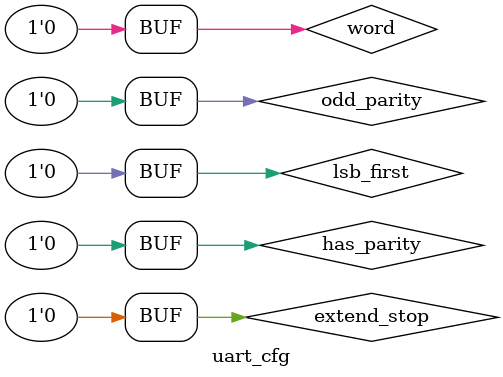
<source format=v>

module uart_cfg;

    reg has_parity;
    reg odd_parity;
    reg extend_stop;
    reg lsb_first;
    reg word;

    initial
    begin
        has_parity  = 1'b0;
        odd_parity  = 1'b0;
        extend_stop = 1'b0;
        lsb_first   = 1'b0;
        word        = 1'b0;
    end

    task Randomize();
        has_parity  = $urandom_range(0, 1);
        odd_parity  = $urandom_range(0, 1);
        extend_stop = $urandom_range(0, 1);
        lsb_first   = $urandom_range(0, 1);
        word        = $urandom_range(0, 1);
    endtask

endmodule
</source>
